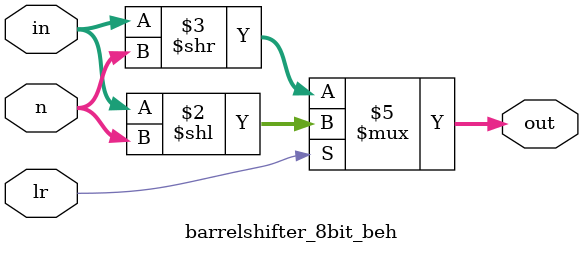
<source format=v>
`timescale 1ns / 1ps


module barrelshifter_8bit_beh(
    output reg [7:0] out,
    input [7:0] in,
    input lr,
    input [2:0] n
    );
    always@(*)
    begin
    if(lr)
    out=in<<n;// Shift left
    else
    out=in>>n;
    end
endmodule

</source>
